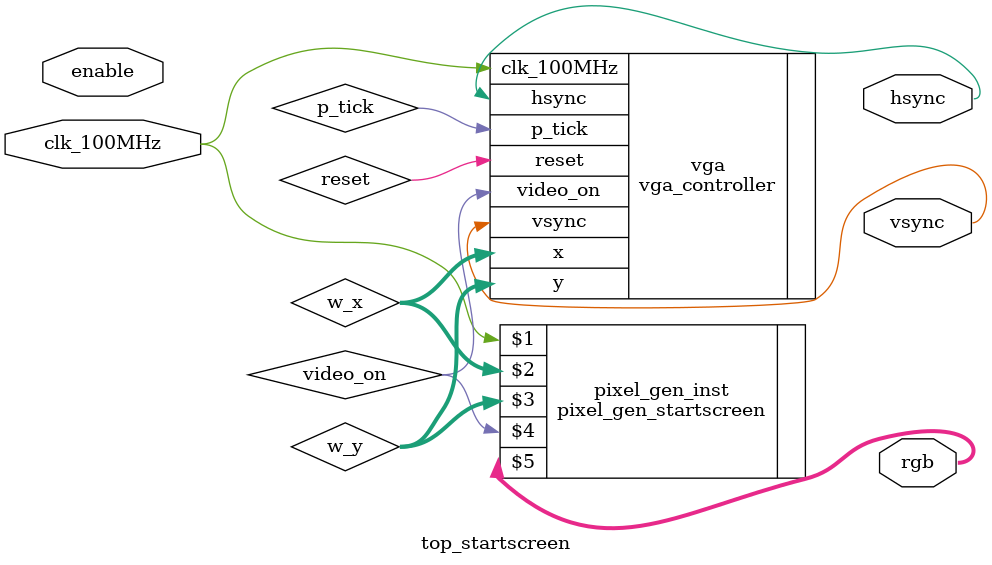
<source format=v>
module top_startscreen(
    input clk_100MHz,
    input enable,
    output [11:0] rgb, 
    output hsync,
    output vsync
);



wire [9:0] w_x, w_y;
wire video_on, p_tick;


vga_controller vga(

    .clk_100MHz(clk_100MHz),
    .reset(reset),
    .video_on(video_on),
    .hsync(hsync),
    .vsync(vsync),
    .p_tick(p_tick),
    .x(w_x),
    .y(w_y)
    );



pixel_gen_startscreen pixel_gen_inst(clk_100MHz, w_x, w_y, video_on, rgb);


endmodule

</source>
